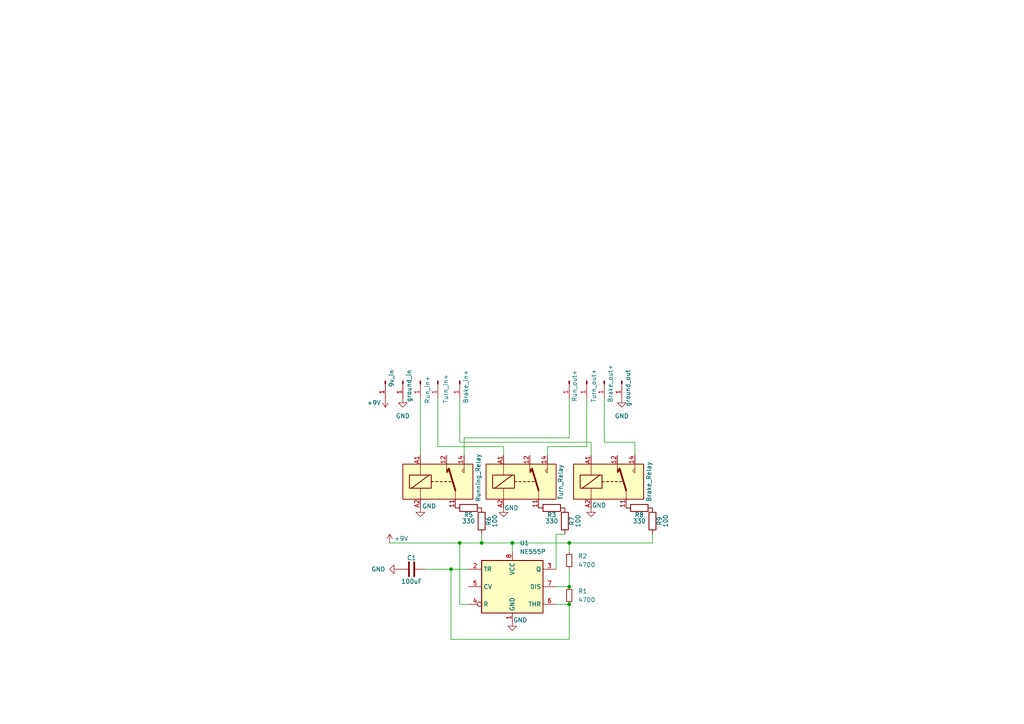
<source format=kicad_sch>
(kicad_sch (version 20250114) (generator "eeschema") (generator_version "9.0")
  (paper "A4")
  (lib_symbols
    (symbol "Connector:Conn_01x01_Pin" (pin_names (offset 1.016) (hide yes))
      (property "Reference" "J" (at 0 2.54 0))
      (property "Value" "Conn_01x01_Pin" (at 0 -2.54 0))
      (symbol "Conn_01x01_Pin_1_1"
        (rectangle (start 0.8636 0.127) (end 0 -0.127) (stroke (width 0.1524)) (fill (type outline)))
        (polyline (pts (xy 1.27 0) (xy 0.8636 0)) (stroke (width 0.1524)))
        (pin passive line (at 5.08 0 180) (length 3.81) (name "Pin_1") (number "1"))
      )
    )
    (symbol "Device:C" (pin_numbers (hide yes)) (pin_names (offset 0.254))
      (property "Reference" "C" (at 0.635 2.54 0))
      (property "Value" "C" (at 0.635 -2.54 0))
      (symbol "C_0_1"
        (polyline (pts (xy -2.032 0.762) (xy 2.032 0.762)) (stroke (width 0.508)))
        (polyline (pts (xy -2.032 -0.762) (xy 2.032 -0.762)) (stroke (width 0.508)))
      )
      (symbol "C_1_1"
        (pin passive line (at 0 3.81 270) (length 2.794) (name "~") (number "1"))
        (pin passive line (at 0 -3.81 90) (length 2.794) (name "~") (number "2"))
      )
    )
    (symbol "Device:R" (pin_numbers (hide yes)) (pin_names (offset 0))
      (property "Reference" "R" (at 2.032 0 90))
      (property "Value" "R" (at 0 0 90))
      (symbol "R_0_1"
        (rectangle (start -1.016 -2.54) (end 1.016 2.54) (stroke (width 0.254)))
      )
      (symbol "R_1_1"
        (pin passive line (at 0 3.81 270) (length 1.27) (name "~") (number "1"))
        (pin passive line (at 0 -3.81 90) (length 1.27) (name "~") (number "2"))
      )
    )
    (symbol "Device:R_Small" (pin_numbers (hide yes)) (pin_names (offset 0.254) (hide yes))
      (property "Reference" "R" (at 0.762 0.508 0))
      (property "Value" "R_Small" (at 0.762 -1.016 0))
      (symbol "R_Small_0_1"
        (rectangle (start -0.762 1.778) (end 0.762 -1.778) (stroke (width 0.2032)))
      )
      (symbol "R_Small_1_1"
        (pin passive line (at 0 2.54 270) (length 0.762) (name "~") (number "1"))
        (pin passive line (at 0 -2.54 90) (length 0.762) (name "~") (number "2"))
      )
    )
    (symbol "Relay:JQC-3FF-009-1Z"
      (property "Reference" "K" (at 11.43 3.81 0))
      (property "Value" "JQC-3FF-009-1Z" (at 11.43 1.27 0))
      (symbol "JQC-3FF-009-1Z_0_0"
        (polyline (pts (xy 7.62 5.08) (xy 7.62 2.54) (xy 6.985 3.175) (xy 7.62 3.81)))
      )
      (symbol "JQC-3FF-009-1Z_0_1"
        (rectangle (start -10.16 5.08) (end 10.16 -5.08) (stroke (width 0.254)) (fill (type background)))
        (rectangle (start -8.255 1.905) (end -1.905 -1.905) (stroke (width 0.254)))
        (polyline (pts (xy -7.62 -1.905) (xy -2.54 1.905)) (stroke (width 0.254)))
        (polyline (pts (xy -5.08 5.08) (xy -5.08 1.905)))
        (polyline (pts (xy -5.08 -5.08) (xy -5.08 -1.905)))
        (polyline (pts (xy -1.905 0) (xy -1.27 0)) (stroke (width 0.254)))
        (polyline (pts (xy -0.635 0) (xy 0 0)) (stroke (width 0.254)))
        (polyline (pts (xy 0.635 0) (xy 1.27 0)) (stroke (width 0.254)))
        (polyline (pts (xy 1.905 0) (xy 2.54 0)) (stroke (width 0.254)))
        (polyline (pts (xy 2.54 5.08) (xy 2.54 2.54) (xy 3.175 3.175) (xy 2.54 3.81)) (fill (type outline)))
        (polyline (pts (xy 3.175 0) (xy 3.81 0)) (stroke (width 0.254)))
        (polyline (pts (xy 5.08 -2.54) (xy 3.175 3.81)) (stroke (width 0.508)))
        (polyline (pts (xy 5.08 -2.54) (xy 5.08 -5.08)))
      )
      (symbol "JQC-3FF-009-1Z_1_1"
        (pin passive line (at -5.08 7.62 270) (length 2.54) (name "~") (number "A1"))
        (pin passive line (at -5.08 -7.62 90) (length 2.54) (name "~") (number "A2"))
        (pin passive line (at 2.54 7.62 270) (length 2.54) (name "~") (number "12"))
        (pin passive line (at 5.08 -7.62 90) (length 2.54) (name "~") (number "11"))
        (pin passive line (at 7.62 7.62 270) (length 2.54) (name "~") (number "14"))
      )
    )
    (symbol "Timer:NE555P"
      (property "Reference" "U" (at -10.16 8.89 0))
      (property "Value" "NE555P" (at 2.54 8.89 0))
      (symbol "NE555P_0_0"
        (pin power_in line (at 0 10.16 270) (length 2.54) (name "VCC") (number "8"))
        (pin power_in line (at 0 -10.16 90) (length 2.54) (name "GND") (number "1"))
      )
      (symbol "NE555P_0_1"
        (rectangle (start -8.89 -7.62) (end 8.89 7.62) (stroke (width 0.254)) (fill (type background)))
        (rectangle (start -8.89 -7.62) (end 8.89 7.62) (stroke (width 0.254)) (fill (type background)))
      )
      (symbol "NE555P_1_1"
        (pin input line (at -12.7 5.08 0) (length 3.81) (name "TR") (number "2"))
        (pin input line (at -12.7 0 0) (length 3.81) (name "CV") (number "5"))
        (pin input inverted (at -12.7 -5.08 0) (length 3.81) (name "R") (number "4"))
        (pin output line (at 12.7 5.08 180) (length 3.81) (name "Q") (number "3"))
        (pin input line (at 12.7 0 180) (length 3.81) (name "DIS") (number "7"))
        (pin input line (at 12.7 -5.08 180) (length 3.81) (name "THR") (number "6"))
      )
    )
    (symbol "power:+9V" (power) (pin_numbers (hide yes)) (pin_names (offset 0) (hide yes))
      (property "Value" "+9V" (at 0 3.556 0))
      (symbol "+9V_0_1"
        (polyline (pts (xy -0.762 1.27) (xy 0 2.54)))
        (polyline (pts (xy 0 2.54) (xy 0.762 1.27)))
        (polyline (pts (xy 0 0) (xy 0 2.54)))
      )
      (symbol "+9V_1_1"
        (pin power_in line (at 0 0 90) (length 0) (name "~") (number "1"))
      )
    )
    (symbol "power:GND" (power) (pin_numbers (hide yes)) (pin_names (offset 0) (hide yes))
      (property "Value" "GND" (at 0 -3.81 0))
      (symbol "GND_0_1"
        (polyline (pts (xy 0 0) (xy 0 -1.27) (xy 1.27 -1.27) (xy 0 -2.54) (xy -1.27 -1.27) (xy 0 -1.27)))
      )
      (symbol "GND_1_1"
        (pin power_in line (at 0 0 270) (length 0) (name "~") (number "1"))
      )
    )
  )
  (junction (at 165.1 157.48))
  (junction (at 139.7 157.48))
  (junction (at 165.1 170.18))
  (junction (at 148.59 157.48))
  (junction (at 165.1 175.26))
  (junction (at 130.81 165.1))
  (junction (at 133.35 157.48))
  (wire (pts (xy 170.18 129.54) (xy 170.18 115.57)))
  (wire (pts (xy 113.03 157.48) (xy 133.35 157.48)))
  (wire (pts (xy 139.7 157.48) (xy 148.59 157.48)))
  (wire (pts (xy 133.35 128.27) (xy 171.45 128.27)))
  (wire (pts (xy 127 129.54) (xy 146.05 129.54)))
  (wire (pts (xy 161.29 154.94) (xy 163.83 154.94)))
  (wire (pts (xy 184.15 128.27) (xy 175.26 128.27)))
  (wire (pts (xy 133.35 157.48) (xy 139.7 157.48)))
  (wire (pts (xy 130.81 185.42) (xy 130.81 165.1)))
  (wire (pts (xy 134.62 127) (xy 165.1 127)))
  (wire (pts (xy 135.89 175.26) (xy 133.35 175.26)))
  (wire (pts (xy 189.23 157.48) (xy 189.23 154.94)))
  (wire (pts (xy 161.29 170.18) (xy 165.1 170.18)))
  (wire (pts (xy 165.1 185.42) (xy 130.81 185.42)))
  (wire (pts (xy 184.15 132.08) (xy 184.15 128.27)))
  (wire (pts (xy 158.75 132.08) (xy 158.75 129.54)))
  (wire (pts (xy 171.45 128.27) (xy 171.45 132.08)))
  (wire (pts (xy 175.26 128.27) (xy 175.26 115.57)))
  (wire (pts (xy 133.35 115.57) (xy 133.35 128.27)))
  (wire (pts (xy 130.81 165.1) (xy 135.89 165.1)))
  (wire (pts (xy 148.59 157.48) (xy 165.1 157.48)))
  (wire (pts (xy 121.92 115.57) (xy 121.92 132.08)))
  (wire (pts (xy 133.35 175.26) (xy 133.35 157.48)))
  (wire (pts (xy 148.59 157.48) (xy 148.59 160.02)))
  (wire (pts (xy 165.1 157.48) (xy 165.1 160.02)))
  (wire (pts (xy 146.05 129.54) (xy 146.05 132.08)))
  (wire (pts (xy 139.7 154.94) (xy 139.7 157.48)))
  (wire (pts (xy 158.75 129.54) (xy 170.18 129.54)))
  (wire (pts (xy 165.1 175.26) (xy 165.1 185.42)))
  (wire (pts (xy 165.1 127) (xy 165.1 115.57)))
  (wire (pts (xy 134.62 132.08) (xy 134.62 127)))
  (wire (pts (xy 161.29 175.26) (xy 165.1 175.26)))
  (wire (pts (xy 165.1 157.48) (xy 189.23 157.48)))
  (wire (pts (xy 127 115.57) (xy 127 129.54)))
  (wire (pts (xy 165.1 165.1) (xy 165.1 170.18)))
  (wire (pts (xy 161.29 165.1) (xy 161.29 154.94)))
  (wire (pts (xy 123.19 165.1) (xy 130.81 165.1)))
  (symbol (lib_id "Connector:Conn_01x01_Pin") (at 175.26 110.49 270) (unit 1)
    (property "Reference" "J5" (effects (hide yes)))
    (property "Value" "Brake_out+" (at 177.038 105.664 0) (effects (justify left)))
    (property "Footprint" "Connector_PinHeader_2.54mm:PinHeader_1x01_P2.54mm_Vertical" (effects (hide yes)))
    (property "Description" "Generic connector, single row, 01x01, script generated" (effects (hide yes)))
  )
  (symbol (lib_id "Connector:Conn_01x01_Pin") (at 116.84 110.49 270) (unit 1)
    (property "Reference" "J8" (effects (hide yes)))
    (property "Value" "ground_in" (at 118.618 107.188 0) (effects (justify left)))
    (property "Footprint" "Connector_PinHeader_2.54mm:PinHeader_1x01_P2.54mm_Vertical" (effects (hide yes)))
    (property "Description" "Generic connector, single row, 01x01, script generated" (effects (hide yes)))
  )
  (symbol (lib_id "power:+9V") (at 113.03 157.48 0) (unit 1)
    (property "Reference" "#PWR01" (effects (hide yes)))
    (property "Value" "+9V" (at 114.3 156.21 0) (effects (justify left)))
    (property "Description" "Power symbol creates a global label with name \"+9V\"" (effects (hide yes)))
  )
  (symbol (lib_id "Device:R") (at 185.42 147.32 90) (unit 1)
    (property "Reference" "R8" (at 185.42 149.352 90))
    (property "Value" "330" (at 185.42 151.13 90))
    (property "Footprint" "Resistor_SMD:R_1206_3216Metric_Pad1.30x1.75mm_HandSolder" (effects (hide yes)))
    (property "Description" "Resistor" (effects (hide yes)))
  )
  (symbol (lib_id "Connector:Conn_01x01_Pin") (at 170.18 110.49 270) (unit 1)
    (property "Reference" "J6" (effects (hide yes)))
    (property "Value" "Turn_out+" (at 172.212 106.934 0) (effects (justify left)))
    (property "Footprint" "Connector_PinHeader_2.54mm:PinHeader_1x01_P2.54mm_Vertical" (effects (hide yes)))
    (property "Description" "Generic connector, single row, 01x01, script generated" (effects (hide yes)))
  )
  (symbol (lib_id "Relay:JQC-3FF-009-1Z") (at 151.13 139.7 0) (unit 1)
    (property "Reference" "K2" (effects (hide yes)))
    (property "Value" "Turn_Relay" (at 162.56 145.034 90) (effects (justify left)))
    (property "Footprint" "Relay_THT:Relay_SPDT_Hongfa_JQC-3FF_0XX-1Z" (effects (hide yes)))
    (property "Datasheet" "https://www.digikey.com/htmldatasheets/production/2071105/0/0/1/JQC-3FF.pdf" (effects (hide yes)))
    (property "Description" "Subminiature High Power SPDT Relay, 9V Coil nom. 0.36W, 10A switching current, max 10A@277VAC/28VDC" (effects (hide yes)))
  )
  (symbol (lib_id "Device:R") (at 163.83 151.13 180) (unit 1)
    (property "Reference" "R7" (at 165.862 151.13 90))
    (property "Value" "100" (at 167.64 151.13 90))
    (property "Footprint" "Resistor_SMD:R_1206_3216Metric_Pad1.30x1.75mm_HandSolder" (effects (hide yes)))
    (property "Description" "Resistor" (effects (hide yes)))
  )
  (symbol (lib_id "Connector:Conn_01x01_Pin") (at 133.35 110.49 270) (unit 1)
    (property "Reference" "J2" (effects (hide yes)))
    (property "Value" "Brake_in+" (at 135.128 107.188 0) (effects (justify left)))
    (property "Footprint" "Connector_PinHeader_2.54mm:PinHeader_1x01_P2.54mm_Vertical" (effects (hide yes)))
    (property "Description" "Generic connector, single row, 01x01, script generated" (effects (hide yes)))
  )
  (symbol (lib_id "Relay:JQC-3FF-009-1Z") (at 127 139.7 0) (unit 1)
    (property "Reference" "K1" (effects (hide yes)))
    (property "Value" "Running_Relay" (at 138.684 145.542 90) (effects (justify left)))
    (property "Footprint" "Relay_THT:Relay_SPDT_Hongfa_JQC-3FF_0XX-1Z" (effects (hide yes)))
    (property "Datasheet" "https://www.digikey.com/htmldatasheets/production/2071105/0/0/1/JQC-3FF.pdf" (effects (hide yes)))
    (property "Description" "Subminiature High Power SPDT Relay, 9V Coil nom. 0.36W, 10A switching current, max 10A@277VAC/28VDC" (effects (hide yes)))
  )
  (symbol (lib_id "Connector:Conn_01x01_Pin") (at 180.34 110.49 270) (unit 1)
    (property "Reference" "J7" (effects (hide yes)))
    (property "Value" "ground_out" (at 182.118 107.188 0) (effects (justify left)))
    (property "Footprint" "Connector_PinHeader_2.54mm:PinHeader_1x01_P2.54mm_Vertical" (effects (hide yes)))
    (property "Description" "Generic connector, single row, 01x01, script generated" (effects (hide yes)))
  )
  (symbol (lib_id "Connector:Conn_01x01_Pin") (at 121.92 110.49 270) (unit 1)
    (property "Reference" "J1" (effects (hide yes)))
    (property "Value" "Run_in+" (at 123.952 108.966 0) (effects (justify left)))
    (property "Footprint" "Connector_PinHeader_2.54mm:PinHeader_1x01_P2.54mm_Vertical" (effects (hide yes)))
    (property "Description" "Generic connector, single row, 01x01, script generated" (effects (hide yes)))
  )
  (symbol (lib_id "Device:R") (at 189.23 151.13 180) (unit 1)
    (property "Reference" "R9" (at 191.262 151.13 90))
    (property "Value" "100" (at 193.04 151.13 90))
    (property "Footprint" "Resistor_SMD:R_1206_3216Metric_Pad1.30x1.75mm_HandSolder" (effects (hide yes)))
    (property "Description" "Resistor" (effects (hide yes)))
  )
  (symbol (lib_id "power:GND") (at 180.34 115.57 0) (unit 1)
    (property "Reference" "#PWR07" (effects (hide yes)))
    (property "Value" "GND" (at 180.34 120.65 0))
    (property "Description" "Power symbol creates a global label with name \"GND\" , ground" (effects (hide yes)))
  )
  (symbol (lib_id "power:+9V") (at 111.76 115.57 180) (unit 1)
    (property "Reference" "#PWR09" (effects (hide yes)))
    (property "Value" "+9V" (at 110.49 116.84 0) (effects (justify left)))
    (property "Description" "Power symbol creates a global label with name \"+9V\"" (effects (hide yes)))
  )
  (symbol (lib_id "power:GND") (at 115.57 165.1 270) (unit 1)
    (property "Reference" "#PWR06" (effects (hide yes)))
    (property "Value" "GND" (at 111.76 165.0999 90) (effects (justify right)))
    (property "Description" "Power symbol creates a global label with name \"GND\" , ground" (effects (hide yes)))
  )
  (symbol (lib_id "power:GND") (at 148.59 180.34 0) (unit 1)
    (property "Reference" "#PWR04" (effects (hide yes)))
    (property "Value" "GND" (at 150.876 179.832 0))
    (property "Description" "Power symbol creates a global label with name \"GND\" , ground" (effects (hide yes)))
  )
  (symbol (lib_id "power:GND") (at 146.05 147.32 0) (unit 1)
    (property "Reference" "#PWR05" (effects (hide yes)))
    (property "Value" "GND" (at 148.336 147.32 0))
    (property "Description" "Power symbol creates a global label with name \"GND\" , ground" (effects (hide yes)))
  )
  (symbol (lib_id "Timer:NE555P") (at 148.59 170.18 0) (unit 1)
    (property "Reference" "U1" (at 150.7333 157.48 0) (effects (justify left)))
    (property "Value" "NE555P" (at 150.7333 160.02 0) (effects (justify left)))
    (property "Footprint" "Package_DIP:DIP-8_W7.62mm" (effects (hide yes)))
    (property "Datasheet" "http://www.ti.com/lit/ds/symlink/ne555.pdf" (effects (hide yes)))
    (property "Description" "Precision Timers, 555 compatible,  PDIP-8" (effects (hide yes)))
  )
  (symbol (lib_id "Connector:Conn_01x01_Pin") (at 165.1 110.49 270) (unit 1)
    (property "Reference" "J4" (effects (hide yes)))
    (property "Value" "Run_out+" (at 166.624 107.188 0) (effects (justify left)))
    (property "Footprint" "Connector_PinHeader_2.54mm:PinHeader_1x01_P2.54mm_Vertical" (effects (hide yes)))
    (property "Description" "Generic connector, single row, 01x01, script generated" (effects (hide yes)))
  )
  (symbol (lib_id "power:GND") (at 171.45 147.32 0) (unit 1)
    (property "Reference" "#PWR03" (effects (hide yes)))
    (property "Value" "GND" (at 173.736 146.558 0))
    (property "Description" "Power symbol creates a global label with name \"GND\" , ground" (effects (hide yes)))
  )
  (symbol (lib_id "Device:R") (at 139.7 151.13 180) (unit 1)
    (property "Reference" "R6" (at 141.732 151.13 90))
    (property "Value" "100" (at 143.51 151.13 90))
    (property "Footprint" "Resistor_SMD:R_1206_3216Metric_Pad1.30x1.75mm_HandSolder" (effects (hide yes)))
    (property "Description" "Resistor" (effects (hide yes)))
  )
  (symbol (lib_id "Device:R") (at 160.02 147.32 90) (unit 1)
    (property "Reference" "R3" (at 160.02 149.352 90))
    (property "Value" "330" (at 160.02 151.13 90))
    (property "Footprint" "Resistor_SMD:R_1206_3216Metric_Pad1.30x1.75mm_HandSolder" (effects (hide yes)))
    (property "Description" "Resistor" (effects (hide yes)))
  )
  (symbol (lib_id "power:GND") (at 116.84 115.57 0) (unit 1)
    (property "Reference" "#PWR08" (effects (hide yes)))
    (property "Value" "GND" (at 116.84 120.65 0))
    (property "Description" "Power symbol creates a global label with name \"GND\" , ground" (effects (hide yes)))
  )
  (symbol (lib_id "Relay:JQC-3FF-009-1Z") (at 176.53 139.7 0) (unit 1)
    (property "Reference" "K3" (effects (hide yes)))
    (property "Value" "Brake_Relay" (at 188.214 145.542 90) (effects (justify left)))
    (property "Footprint" "Relay_THT:Relay_SPDT_Hongfa_JQC-3FF_0XX-1Z" (effects (hide yes)))
    (property "Datasheet" "https://www.digikey.com/htmldatasheets/production/2071105/0/0/1/JQC-3FF.pdf" (effects (hide yes)))
    (property "Description" "Subminiature High Power SPDT Relay, 9V Coil nom. 0.36W, 10A switching current, max 10A@277VAC/28VDC" (effects (hide yes)))
  )
  (symbol (lib_id "Device:C") (at 119.38 165.1 90) (unit 1)
    (property "Reference" "C1" (at 119.38 161.798 90))
    (property "Value" "100uF" (at 119.38 168.656 90))
    (property "Footprint" "Capacitor_Tantalum_SMD:CP_EIA-3528-12_Kemet-T_Pad1.50x2.35mm_HandSolder" (effects (hide yes)))
    (property "Description" "Unpolarized capacitor" (effects (hide yes)))
  )
  (symbol (lib_id "Device:R_Small") (at 165.1 162.56 0) (unit 1)
    (property "Reference" "R2" (at 167.64 161.2899 0) (effects (justify left)))
    (property "Value" "4700" (at 167.64 163.8299 0) (effects (justify left)))
    (property "Footprint" "Resistor_SMD:R_1206_3216Metric" (effects (hide yes)))
    (property "Description" "Resistor, small symbol" (effects (hide yes)))
  )
  (symbol (lib_id "Connector:Conn_01x01_Pin") (at 111.76 110.49 270) (unit 1)
    (property "Reference" "J9" (effects (hide yes)))
    (property "Value" "9v_in" (at 113.538 107.188 0) (effects (justify left)))
    (property "Footprint" "Connector_PinHeader_2.54mm:PinHeader_1x01_P2.54mm_Vertical" (effects (hide yes)))
    (property "Description" "Generic connector, single row, 01x01, script generated" (effects (hide yes)))
  )
  (symbol (lib_id "Connector:Conn_01x01_Pin") (at 127 110.49 270) (unit 1)
    (property "Reference" "J3" (effects (hide yes)))
    (property "Value" "Turn_in+" (at 129.286 108.458 0) (effects (justify left)))
    (property "Footprint" "Connector_PinHeader_2.54mm:PinHeader_1x01_P2.54mm_Vertical" (effects (hide yes)))
    (property "Description" "Generic connector, single row, 01x01, script generated" (effects (hide yes)))
  )
  (symbol (lib_id "Device:R") (at 135.89 147.32 90) (unit 1)
    (property "Reference" "R5" (at 135.89 149.352 90))
    (property "Value" "330" (at 135.89 151.13 90))
    (property "Footprint" "Resistor_SMD:R_1206_3216Metric_Pad1.30x1.75mm_HandSolder" (effects (hide yes)))
    (property "Description" "Resistor" (effects (hide yes)))
  )
  (symbol (lib_id "Device:R_Small") (at 165.1 172.72 0) (unit 1)
    (property "Reference" "R1" (at 167.64 171.4499 0) (effects (justify left)))
    (property "Value" "4700" (at 167.64 173.9899 0) (effects (justify left)))
    (property "Footprint" "Resistor_SMD:R_1206_3216Metric" (effects (hide yes)))
    (property "Description" "Resistor, small symbol" (effects (hide yes)))
  )
  (symbol (lib_id "power:GND") (at 121.92 147.32 0) (unit 1)
    (property "Reference" "#PWR02" (effects (hide yes)))
    (property "Value" "GND" (at 124.46 146.812 0))
    (property "Description" "Power symbol creates a global label with name \"GND\" , ground" (effects (hide yes)))
  )
)
</source>
